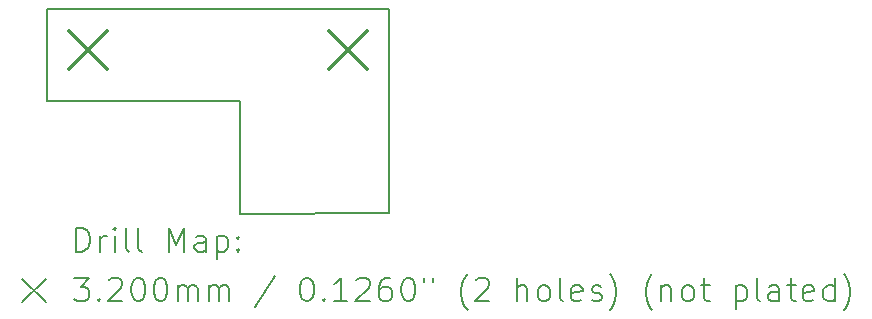
<source format=gbr>
%TF.GenerationSoftware,KiCad,Pcbnew,8.0.2*%
%TF.CreationDate,2024-05-21T16:28:02-04:00*%
%TF.ProjectId,Nichrome,4e696368-726f-46d6-952e-6b696361645f,rev?*%
%TF.SameCoordinates,Original*%
%TF.FileFunction,Drillmap*%
%TF.FilePolarity,Positive*%
%FSLAX45Y45*%
G04 Gerber Fmt 4.5, Leading zero omitted, Abs format (unit mm)*
G04 Created by KiCad (PCBNEW 8.0.2) date 2024-05-21 16:28:02*
%MOMM*%
%LPD*%
G01*
G04 APERTURE LIST*
%ADD10C,0.200000*%
%ADD11C,0.320000*%
G04 APERTURE END LIST*
D10*
X17910000Y-10970000D02*
X15010000Y-10970000D01*
X16650000Y-12703400D02*
X17907000Y-12700000D01*
X16650000Y-11750000D02*
X16650000Y-12703400D01*
X17907000Y-12700000D02*
X17910000Y-10970000D01*
X15010000Y-11747000D02*
X15010000Y-10970000D01*
X15010000Y-11747000D02*
X16650000Y-11750000D01*
D11*
X15200000Y-11160000D02*
X15520000Y-11480000D01*
X15520000Y-11160000D02*
X15200000Y-11480000D01*
X17400000Y-11160000D02*
X17720000Y-11480000D01*
X17720000Y-11160000D02*
X17400000Y-11480000D01*
D10*
X15260777Y-13024884D02*
X15260777Y-12824884D01*
X15260777Y-12824884D02*
X15308396Y-12824884D01*
X15308396Y-12824884D02*
X15336967Y-12834408D01*
X15336967Y-12834408D02*
X15356015Y-12853455D01*
X15356015Y-12853455D02*
X15365539Y-12872503D01*
X15365539Y-12872503D02*
X15375062Y-12910598D01*
X15375062Y-12910598D02*
X15375062Y-12939169D01*
X15375062Y-12939169D02*
X15365539Y-12977265D01*
X15365539Y-12977265D02*
X15356015Y-12996312D01*
X15356015Y-12996312D02*
X15336967Y-13015360D01*
X15336967Y-13015360D02*
X15308396Y-13024884D01*
X15308396Y-13024884D02*
X15260777Y-13024884D01*
X15460777Y-13024884D02*
X15460777Y-12891550D01*
X15460777Y-12929646D02*
X15470301Y-12910598D01*
X15470301Y-12910598D02*
X15479824Y-12901074D01*
X15479824Y-12901074D02*
X15498872Y-12891550D01*
X15498872Y-12891550D02*
X15517920Y-12891550D01*
X15584586Y-13024884D02*
X15584586Y-12891550D01*
X15584586Y-12824884D02*
X15575062Y-12834408D01*
X15575062Y-12834408D02*
X15584586Y-12843931D01*
X15584586Y-12843931D02*
X15594110Y-12834408D01*
X15594110Y-12834408D02*
X15584586Y-12824884D01*
X15584586Y-12824884D02*
X15584586Y-12843931D01*
X15708396Y-13024884D02*
X15689348Y-13015360D01*
X15689348Y-13015360D02*
X15679824Y-12996312D01*
X15679824Y-12996312D02*
X15679824Y-12824884D01*
X15813158Y-13024884D02*
X15794110Y-13015360D01*
X15794110Y-13015360D02*
X15784586Y-12996312D01*
X15784586Y-12996312D02*
X15784586Y-12824884D01*
X16041729Y-13024884D02*
X16041729Y-12824884D01*
X16041729Y-12824884D02*
X16108396Y-12967741D01*
X16108396Y-12967741D02*
X16175062Y-12824884D01*
X16175062Y-12824884D02*
X16175062Y-13024884D01*
X16356015Y-13024884D02*
X16356015Y-12920122D01*
X16356015Y-12920122D02*
X16346491Y-12901074D01*
X16346491Y-12901074D02*
X16327443Y-12891550D01*
X16327443Y-12891550D02*
X16289348Y-12891550D01*
X16289348Y-12891550D02*
X16270301Y-12901074D01*
X16356015Y-13015360D02*
X16336967Y-13024884D01*
X16336967Y-13024884D02*
X16289348Y-13024884D01*
X16289348Y-13024884D02*
X16270301Y-13015360D01*
X16270301Y-13015360D02*
X16260777Y-12996312D01*
X16260777Y-12996312D02*
X16260777Y-12977265D01*
X16260777Y-12977265D02*
X16270301Y-12958217D01*
X16270301Y-12958217D02*
X16289348Y-12948693D01*
X16289348Y-12948693D02*
X16336967Y-12948693D01*
X16336967Y-12948693D02*
X16356015Y-12939169D01*
X16451253Y-12891550D02*
X16451253Y-13091550D01*
X16451253Y-12901074D02*
X16470301Y-12891550D01*
X16470301Y-12891550D02*
X16508396Y-12891550D01*
X16508396Y-12891550D02*
X16527443Y-12901074D01*
X16527443Y-12901074D02*
X16536967Y-12910598D01*
X16536967Y-12910598D02*
X16546491Y-12929646D01*
X16546491Y-12929646D02*
X16546491Y-12986788D01*
X16546491Y-12986788D02*
X16536967Y-13005836D01*
X16536967Y-13005836D02*
X16527443Y-13015360D01*
X16527443Y-13015360D02*
X16508396Y-13024884D01*
X16508396Y-13024884D02*
X16470301Y-13024884D01*
X16470301Y-13024884D02*
X16451253Y-13015360D01*
X16632205Y-13005836D02*
X16641729Y-13015360D01*
X16641729Y-13015360D02*
X16632205Y-13024884D01*
X16632205Y-13024884D02*
X16622682Y-13015360D01*
X16622682Y-13015360D02*
X16632205Y-13005836D01*
X16632205Y-13005836D02*
X16632205Y-13024884D01*
X16632205Y-12901074D02*
X16641729Y-12910598D01*
X16641729Y-12910598D02*
X16632205Y-12920122D01*
X16632205Y-12920122D02*
X16622682Y-12910598D01*
X16622682Y-12910598D02*
X16632205Y-12901074D01*
X16632205Y-12901074D02*
X16632205Y-12920122D01*
X14800000Y-13253400D02*
X15000000Y-13453400D01*
X15000000Y-13253400D02*
X14800000Y-13453400D01*
X15241729Y-13244884D02*
X15365539Y-13244884D01*
X15365539Y-13244884D02*
X15298872Y-13321074D01*
X15298872Y-13321074D02*
X15327443Y-13321074D01*
X15327443Y-13321074D02*
X15346491Y-13330598D01*
X15346491Y-13330598D02*
X15356015Y-13340122D01*
X15356015Y-13340122D02*
X15365539Y-13359169D01*
X15365539Y-13359169D02*
X15365539Y-13406788D01*
X15365539Y-13406788D02*
X15356015Y-13425836D01*
X15356015Y-13425836D02*
X15346491Y-13435360D01*
X15346491Y-13435360D02*
X15327443Y-13444884D01*
X15327443Y-13444884D02*
X15270301Y-13444884D01*
X15270301Y-13444884D02*
X15251253Y-13435360D01*
X15251253Y-13435360D02*
X15241729Y-13425836D01*
X15451253Y-13425836D02*
X15460777Y-13435360D01*
X15460777Y-13435360D02*
X15451253Y-13444884D01*
X15451253Y-13444884D02*
X15441729Y-13435360D01*
X15441729Y-13435360D02*
X15451253Y-13425836D01*
X15451253Y-13425836D02*
X15451253Y-13444884D01*
X15536967Y-13263931D02*
X15546491Y-13254408D01*
X15546491Y-13254408D02*
X15565539Y-13244884D01*
X15565539Y-13244884D02*
X15613158Y-13244884D01*
X15613158Y-13244884D02*
X15632205Y-13254408D01*
X15632205Y-13254408D02*
X15641729Y-13263931D01*
X15641729Y-13263931D02*
X15651253Y-13282979D01*
X15651253Y-13282979D02*
X15651253Y-13302027D01*
X15651253Y-13302027D02*
X15641729Y-13330598D01*
X15641729Y-13330598D02*
X15527443Y-13444884D01*
X15527443Y-13444884D02*
X15651253Y-13444884D01*
X15775062Y-13244884D02*
X15794110Y-13244884D01*
X15794110Y-13244884D02*
X15813158Y-13254408D01*
X15813158Y-13254408D02*
X15822682Y-13263931D01*
X15822682Y-13263931D02*
X15832205Y-13282979D01*
X15832205Y-13282979D02*
X15841729Y-13321074D01*
X15841729Y-13321074D02*
X15841729Y-13368693D01*
X15841729Y-13368693D02*
X15832205Y-13406788D01*
X15832205Y-13406788D02*
X15822682Y-13425836D01*
X15822682Y-13425836D02*
X15813158Y-13435360D01*
X15813158Y-13435360D02*
X15794110Y-13444884D01*
X15794110Y-13444884D02*
X15775062Y-13444884D01*
X15775062Y-13444884D02*
X15756015Y-13435360D01*
X15756015Y-13435360D02*
X15746491Y-13425836D01*
X15746491Y-13425836D02*
X15736967Y-13406788D01*
X15736967Y-13406788D02*
X15727443Y-13368693D01*
X15727443Y-13368693D02*
X15727443Y-13321074D01*
X15727443Y-13321074D02*
X15736967Y-13282979D01*
X15736967Y-13282979D02*
X15746491Y-13263931D01*
X15746491Y-13263931D02*
X15756015Y-13254408D01*
X15756015Y-13254408D02*
X15775062Y-13244884D01*
X15965539Y-13244884D02*
X15984586Y-13244884D01*
X15984586Y-13244884D02*
X16003634Y-13254408D01*
X16003634Y-13254408D02*
X16013158Y-13263931D01*
X16013158Y-13263931D02*
X16022682Y-13282979D01*
X16022682Y-13282979D02*
X16032205Y-13321074D01*
X16032205Y-13321074D02*
X16032205Y-13368693D01*
X16032205Y-13368693D02*
X16022682Y-13406788D01*
X16022682Y-13406788D02*
X16013158Y-13425836D01*
X16013158Y-13425836D02*
X16003634Y-13435360D01*
X16003634Y-13435360D02*
X15984586Y-13444884D01*
X15984586Y-13444884D02*
X15965539Y-13444884D01*
X15965539Y-13444884D02*
X15946491Y-13435360D01*
X15946491Y-13435360D02*
X15936967Y-13425836D01*
X15936967Y-13425836D02*
X15927443Y-13406788D01*
X15927443Y-13406788D02*
X15917920Y-13368693D01*
X15917920Y-13368693D02*
X15917920Y-13321074D01*
X15917920Y-13321074D02*
X15927443Y-13282979D01*
X15927443Y-13282979D02*
X15936967Y-13263931D01*
X15936967Y-13263931D02*
X15946491Y-13254408D01*
X15946491Y-13254408D02*
X15965539Y-13244884D01*
X16117920Y-13444884D02*
X16117920Y-13311550D01*
X16117920Y-13330598D02*
X16127443Y-13321074D01*
X16127443Y-13321074D02*
X16146491Y-13311550D01*
X16146491Y-13311550D02*
X16175063Y-13311550D01*
X16175063Y-13311550D02*
X16194110Y-13321074D01*
X16194110Y-13321074D02*
X16203634Y-13340122D01*
X16203634Y-13340122D02*
X16203634Y-13444884D01*
X16203634Y-13340122D02*
X16213158Y-13321074D01*
X16213158Y-13321074D02*
X16232205Y-13311550D01*
X16232205Y-13311550D02*
X16260777Y-13311550D01*
X16260777Y-13311550D02*
X16279824Y-13321074D01*
X16279824Y-13321074D02*
X16289348Y-13340122D01*
X16289348Y-13340122D02*
X16289348Y-13444884D01*
X16384586Y-13444884D02*
X16384586Y-13311550D01*
X16384586Y-13330598D02*
X16394110Y-13321074D01*
X16394110Y-13321074D02*
X16413158Y-13311550D01*
X16413158Y-13311550D02*
X16441729Y-13311550D01*
X16441729Y-13311550D02*
X16460777Y-13321074D01*
X16460777Y-13321074D02*
X16470301Y-13340122D01*
X16470301Y-13340122D02*
X16470301Y-13444884D01*
X16470301Y-13340122D02*
X16479824Y-13321074D01*
X16479824Y-13321074D02*
X16498872Y-13311550D01*
X16498872Y-13311550D02*
X16527443Y-13311550D01*
X16527443Y-13311550D02*
X16546491Y-13321074D01*
X16546491Y-13321074D02*
X16556015Y-13340122D01*
X16556015Y-13340122D02*
X16556015Y-13444884D01*
X16946491Y-13235360D02*
X16775063Y-13492503D01*
X17203634Y-13244884D02*
X17222682Y-13244884D01*
X17222682Y-13244884D02*
X17241729Y-13254408D01*
X17241729Y-13254408D02*
X17251253Y-13263931D01*
X17251253Y-13263931D02*
X17260777Y-13282979D01*
X17260777Y-13282979D02*
X17270301Y-13321074D01*
X17270301Y-13321074D02*
X17270301Y-13368693D01*
X17270301Y-13368693D02*
X17260777Y-13406788D01*
X17260777Y-13406788D02*
X17251253Y-13425836D01*
X17251253Y-13425836D02*
X17241729Y-13435360D01*
X17241729Y-13435360D02*
X17222682Y-13444884D01*
X17222682Y-13444884D02*
X17203634Y-13444884D01*
X17203634Y-13444884D02*
X17184587Y-13435360D01*
X17184587Y-13435360D02*
X17175063Y-13425836D01*
X17175063Y-13425836D02*
X17165539Y-13406788D01*
X17165539Y-13406788D02*
X17156015Y-13368693D01*
X17156015Y-13368693D02*
X17156015Y-13321074D01*
X17156015Y-13321074D02*
X17165539Y-13282979D01*
X17165539Y-13282979D02*
X17175063Y-13263931D01*
X17175063Y-13263931D02*
X17184587Y-13254408D01*
X17184587Y-13254408D02*
X17203634Y-13244884D01*
X17356015Y-13425836D02*
X17365539Y-13435360D01*
X17365539Y-13435360D02*
X17356015Y-13444884D01*
X17356015Y-13444884D02*
X17346491Y-13435360D01*
X17346491Y-13435360D02*
X17356015Y-13425836D01*
X17356015Y-13425836D02*
X17356015Y-13444884D01*
X17556015Y-13444884D02*
X17441729Y-13444884D01*
X17498872Y-13444884D02*
X17498872Y-13244884D01*
X17498872Y-13244884D02*
X17479825Y-13273455D01*
X17479825Y-13273455D02*
X17460777Y-13292503D01*
X17460777Y-13292503D02*
X17441729Y-13302027D01*
X17632206Y-13263931D02*
X17641729Y-13254408D01*
X17641729Y-13254408D02*
X17660777Y-13244884D01*
X17660777Y-13244884D02*
X17708396Y-13244884D01*
X17708396Y-13244884D02*
X17727444Y-13254408D01*
X17727444Y-13254408D02*
X17736968Y-13263931D01*
X17736968Y-13263931D02*
X17746491Y-13282979D01*
X17746491Y-13282979D02*
X17746491Y-13302027D01*
X17746491Y-13302027D02*
X17736968Y-13330598D01*
X17736968Y-13330598D02*
X17622682Y-13444884D01*
X17622682Y-13444884D02*
X17746491Y-13444884D01*
X17917920Y-13244884D02*
X17879825Y-13244884D01*
X17879825Y-13244884D02*
X17860777Y-13254408D01*
X17860777Y-13254408D02*
X17851253Y-13263931D01*
X17851253Y-13263931D02*
X17832206Y-13292503D01*
X17832206Y-13292503D02*
X17822682Y-13330598D01*
X17822682Y-13330598D02*
X17822682Y-13406788D01*
X17822682Y-13406788D02*
X17832206Y-13425836D01*
X17832206Y-13425836D02*
X17841729Y-13435360D01*
X17841729Y-13435360D02*
X17860777Y-13444884D01*
X17860777Y-13444884D02*
X17898872Y-13444884D01*
X17898872Y-13444884D02*
X17917920Y-13435360D01*
X17917920Y-13435360D02*
X17927444Y-13425836D01*
X17927444Y-13425836D02*
X17936968Y-13406788D01*
X17936968Y-13406788D02*
X17936968Y-13359169D01*
X17936968Y-13359169D02*
X17927444Y-13340122D01*
X17927444Y-13340122D02*
X17917920Y-13330598D01*
X17917920Y-13330598D02*
X17898872Y-13321074D01*
X17898872Y-13321074D02*
X17860777Y-13321074D01*
X17860777Y-13321074D02*
X17841729Y-13330598D01*
X17841729Y-13330598D02*
X17832206Y-13340122D01*
X17832206Y-13340122D02*
X17822682Y-13359169D01*
X18060777Y-13244884D02*
X18079825Y-13244884D01*
X18079825Y-13244884D02*
X18098872Y-13254408D01*
X18098872Y-13254408D02*
X18108396Y-13263931D01*
X18108396Y-13263931D02*
X18117920Y-13282979D01*
X18117920Y-13282979D02*
X18127444Y-13321074D01*
X18127444Y-13321074D02*
X18127444Y-13368693D01*
X18127444Y-13368693D02*
X18117920Y-13406788D01*
X18117920Y-13406788D02*
X18108396Y-13425836D01*
X18108396Y-13425836D02*
X18098872Y-13435360D01*
X18098872Y-13435360D02*
X18079825Y-13444884D01*
X18079825Y-13444884D02*
X18060777Y-13444884D01*
X18060777Y-13444884D02*
X18041729Y-13435360D01*
X18041729Y-13435360D02*
X18032206Y-13425836D01*
X18032206Y-13425836D02*
X18022682Y-13406788D01*
X18022682Y-13406788D02*
X18013158Y-13368693D01*
X18013158Y-13368693D02*
X18013158Y-13321074D01*
X18013158Y-13321074D02*
X18022682Y-13282979D01*
X18022682Y-13282979D02*
X18032206Y-13263931D01*
X18032206Y-13263931D02*
X18041729Y-13254408D01*
X18041729Y-13254408D02*
X18060777Y-13244884D01*
X18203634Y-13244884D02*
X18203634Y-13282979D01*
X18279825Y-13244884D02*
X18279825Y-13282979D01*
X18575063Y-13521074D02*
X18565539Y-13511550D01*
X18565539Y-13511550D02*
X18546491Y-13482979D01*
X18546491Y-13482979D02*
X18536968Y-13463931D01*
X18536968Y-13463931D02*
X18527444Y-13435360D01*
X18527444Y-13435360D02*
X18517920Y-13387741D01*
X18517920Y-13387741D02*
X18517920Y-13349646D01*
X18517920Y-13349646D02*
X18527444Y-13302027D01*
X18527444Y-13302027D02*
X18536968Y-13273455D01*
X18536968Y-13273455D02*
X18546491Y-13254408D01*
X18546491Y-13254408D02*
X18565539Y-13225836D01*
X18565539Y-13225836D02*
X18575063Y-13216312D01*
X18641730Y-13263931D02*
X18651253Y-13254408D01*
X18651253Y-13254408D02*
X18670301Y-13244884D01*
X18670301Y-13244884D02*
X18717920Y-13244884D01*
X18717920Y-13244884D02*
X18736968Y-13254408D01*
X18736968Y-13254408D02*
X18746491Y-13263931D01*
X18746491Y-13263931D02*
X18756015Y-13282979D01*
X18756015Y-13282979D02*
X18756015Y-13302027D01*
X18756015Y-13302027D02*
X18746491Y-13330598D01*
X18746491Y-13330598D02*
X18632206Y-13444884D01*
X18632206Y-13444884D02*
X18756015Y-13444884D01*
X18994111Y-13444884D02*
X18994111Y-13244884D01*
X19079825Y-13444884D02*
X19079825Y-13340122D01*
X19079825Y-13340122D02*
X19070301Y-13321074D01*
X19070301Y-13321074D02*
X19051253Y-13311550D01*
X19051253Y-13311550D02*
X19022682Y-13311550D01*
X19022682Y-13311550D02*
X19003634Y-13321074D01*
X19003634Y-13321074D02*
X18994111Y-13330598D01*
X19203634Y-13444884D02*
X19184587Y-13435360D01*
X19184587Y-13435360D02*
X19175063Y-13425836D01*
X19175063Y-13425836D02*
X19165539Y-13406788D01*
X19165539Y-13406788D02*
X19165539Y-13349646D01*
X19165539Y-13349646D02*
X19175063Y-13330598D01*
X19175063Y-13330598D02*
X19184587Y-13321074D01*
X19184587Y-13321074D02*
X19203634Y-13311550D01*
X19203634Y-13311550D02*
X19232206Y-13311550D01*
X19232206Y-13311550D02*
X19251253Y-13321074D01*
X19251253Y-13321074D02*
X19260777Y-13330598D01*
X19260777Y-13330598D02*
X19270301Y-13349646D01*
X19270301Y-13349646D02*
X19270301Y-13406788D01*
X19270301Y-13406788D02*
X19260777Y-13425836D01*
X19260777Y-13425836D02*
X19251253Y-13435360D01*
X19251253Y-13435360D02*
X19232206Y-13444884D01*
X19232206Y-13444884D02*
X19203634Y-13444884D01*
X19384587Y-13444884D02*
X19365539Y-13435360D01*
X19365539Y-13435360D02*
X19356015Y-13416312D01*
X19356015Y-13416312D02*
X19356015Y-13244884D01*
X19536968Y-13435360D02*
X19517920Y-13444884D01*
X19517920Y-13444884D02*
X19479825Y-13444884D01*
X19479825Y-13444884D02*
X19460777Y-13435360D01*
X19460777Y-13435360D02*
X19451253Y-13416312D01*
X19451253Y-13416312D02*
X19451253Y-13340122D01*
X19451253Y-13340122D02*
X19460777Y-13321074D01*
X19460777Y-13321074D02*
X19479825Y-13311550D01*
X19479825Y-13311550D02*
X19517920Y-13311550D01*
X19517920Y-13311550D02*
X19536968Y-13321074D01*
X19536968Y-13321074D02*
X19546492Y-13340122D01*
X19546492Y-13340122D02*
X19546492Y-13359169D01*
X19546492Y-13359169D02*
X19451253Y-13378217D01*
X19622682Y-13435360D02*
X19641730Y-13444884D01*
X19641730Y-13444884D02*
X19679825Y-13444884D01*
X19679825Y-13444884D02*
X19698873Y-13435360D01*
X19698873Y-13435360D02*
X19708396Y-13416312D01*
X19708396Y-13416312D02*
X19708396Y-13406788D01*
X19708396Y-13406788D02*
X19698873Y-13387741D01*
X19698873Y-13387741D02*
X19679825Y-13378217D01*
X19679825Y-13378217D02*
X19651253Y-13378217D01*
X19651253Y-13378217D02*
X19632206Y-13368693D01*
X19632206Y-13368693D02*
X19622682Y-13349646D01*
X19622682Y-13349646D02*
X19622682Y-13340122D01*
X19622682Y-13340122D02*
X19632206Y-13321074D01*
X19632206Y-13321074D02*
X19651253Y-13311550D01*
X19651253Y-13311550D02*
X19679825Y-13311550D01*
X19679825Y-13311550D02*
X19698873Y-13321074D01*
X19775063Y-13521074D02*
X19784587Y-13511550D01*
X19784587Y-13511550D02*
X19803634Y-13482979D01*
X19803634Y-13482979D02*
X19813158Y-13463931D01*
X19813158Y-13463931D02*
X19822682Y-13435360D01*
X19822682Y-13435360D02*
X19832206Y-13387741D01*
X19832206Y-13387741D02*
X19832206Y-13349646D01*
X19832206Y-13349646D02*
X19822682Y-13302027D01*
X19822682Y-13302027D02*
X19813158Y-13273455D01*
X19813158Y-13273455D02*
X19803634Y-13254408D01*
X19803634Y-13254408D02*
X19784587Y-13225836D01*
X19784587Y-13225836D02*
X19775063Y-13216312D01*
X20136968Y-13521074D02*
X20127444Y-13511550D01*
X20127444Y-13511550D02*
X20108396Y-13482979D01*
X20108396Y-13482979D02*
X20098873Y-13463931D01*
X20098873Y-13463931D02*
X20089349Y-13435360D01*
X20089349Y-13435360D02*
X20079825Y-13387741D01*
X20079825Y-13387741D02*
X20079825Y-13349646D01*
X20079825Y-13349646D02*
X20089349Y-13302027D01*
X20089349Y-13302027D02*
X20098873Y-13273455D01*
X20098873Y-13273455D02*
X20108396Y-13254408D01*
X20108396Y-13254408D02*
X20127444Y-13225836D01*
X20127444Y-13225836D02*
X20136968Y-13216312D01*
X20213158Y-13311550D02*
X20213158Y-13444884D01*
X20213158Y-13330598D02*
X20222682Y-13321074D01*
X20222682Y-13321074D02*
X20241730Y-13311550D01*
X20241730Y-13311550D02*
X20270301Y-13311550D01*
X20270301Y-13311550D02*
X20289349Y-13321074D01*
X20289349Y-13321074D02*
X20298873Y-13340122D01*
X20298873Y-13340122D02*
X20298873Y-13444884D01*
X20422682Y-13444884D02*
X20403634Y-13435360D01*
X20403634Y-13435360D02*
X20394111Y-13425836D01*
X20394111Y-13425836D02*
X20384587Y-13406788D01*
X20384587Y-13406788D02*
X20384587Y-13349646D01*
X20384587Y-13349646D02*
X20394111Y-13330598D01*
X20394111Y-13330598D02*
X20403634Y-13321074D01*
X20403634Y-13321074D02*
X20422682Y-13311550D01*
X20422682Y-13311550D02*
X20451254Y-13311550D01*
X20451254Y-13311550D02*
X20470301Y-13321074D01*
X20470301Y-13321074D02*
X20479825Y-13330598D01*
X20479825Y-13330598D02*
X20489349Y-13349646D01*
X20489349Y-13349646D02*
X20489349Y-13406788D01*
X20489349Y-13406788D02*
X20479825Y-13425836D01*
X20479825Y-13425836D02*
X20470301Y-13435360D01*
X20470301Y-13435360D02*
X20451254Y-13444884D01*
X20451254Y-13444884D02*
X20422682Y-13444884D01*
X20546492Y-13311550D02*
X20622682Y-13311550D01*
X20575063Y-13244884D02*
X20575063Y-13416312D01*
X20575063Y-13416312D02*
X20584587Y-13435360D01*
X20584587Y-13435360D02*
X20603634Y-13444884D01*
X20603634Y-13444884D02*
X20622682Y-13444884D01*
X20841730Y-13311550D02*
X20841730Y-13511550D01*
X20841730Y-13321074D02*
X20860777Y-13311550D01*
X20860777Y-13311550D02*
X20898873Y-13311550D01*
X20898873Y-13311550D02*
X20917920Y-13321074D01*
X20917920Y-13321074D02*
X20927444Y-13330598D01*
X20927444Y-13330598D02*
X20936968Y-13349646D01*
X20936968Y-13349646D02*
X20936968Y-13406788D01*
X20936968Y-13406788D02*
X20927444Y-13425836D01*
X20927444Y-13425836D02*
X20917920Y-13435360D01*
X20917920Y-13435360D02*
X20898873Y-13444884D01*
X20898873Y-13444884D02*
X20860777Y-13444884D01*
X20860777Y-13444884D02*
X20841730Y-13435360D01*
X21051254Y-13444884D02*
X21032206Y-13435360D01*
X21032206Y-13435360D02*
X21022682Y-13416312D01*
X21022682Y-13416312D02*
X21022682Y-13244884D01*
X21213158Y-13444884D02*
X21213158Y-13340122D01*
X21213158Y-13340122D02*
X21203635Y-13321074D01*
X21203635Y-13321074D02*
X21184587Y-13311550D01*
X21184587Y-13311550D02*
X21146492Y-13311550D01*
X21146492Y-13311550D02*
X21127444Y-13321074D01*
X21213158Y-13435360D02*
X21194111Y-13444884D01*
X21194111Y-13444884D02*
X21146492Y-13444884D01*
X21146492Y-13444884D02*
X21127444Y-13435360D01*
X21127444Y-13435360D02*
X21117920Y-13416312D01*
X21117920Y-13416312D02*
X21117920Y-13397265D01*
X21117920Y-13397265D02*
X21127444Y-13378217D01*
X21127444Y-13378217D02*
X21146492Y-13368693D01*
X21146492Y-13368693D02*
X21194111Y-13368693D01*
X21194111Y-13368693D02*
X21213158Y-13359169D01*
X21279825Y-13311550D02*
X21356015Y-13311550D01*
X21308396Y-13244884D02*
X21308396Y-13416312D01*
X21308396Y-13416312D02*
X21317920Y-13435360D01*
X21317920Y-13435360D02*
X21336968Y-13444884D01*
X21336968Y-13444884D02*
X21356015Y-13444884D01*
X21498873Y-13435360D02*
X21479825Y-13444884D01*
X21479825Y-13444884D02*
X21441730Y-13444884D01*
X21441730Y-13444884D02*
X21422682Y-13435360D01*
X21422682Y-13435360D02*
X21413158Y-13416312D01*
X21413158Y-13416312D02*
X21413158Y-13340122D01*
X21413158Y-13340122D02*
X21422682Y-13321074D01*
X21422682Y-13321074D02*
X21441730Y-13311550D01*
X21441730Y-13311550D02*
X21479825Y-13311550D01*
X21479825Y-13311550D02*
X21498873Y-13321074D01*
X21498873Y-13321074D02*
X21508396Y-13340122D01*
X21508396Y-13340122D02*
X21508396Y-13359169D01*
X21508396Y-13359169D02*
X21413158Y-13378217D01*
X21679825Y-13444884D02*
X21679825Y-13244884D01*
X21679825Y-13435360D02*
X21660777Y-13444884D01*
X21660777Y-13444884D02*
X21622682Y-13444884D01*
X21622682Y-13444884D02*
X21603635Y-13435360D01*
X21603635Y-13435360D02*
X21594111Y-13425836D01*
X21594111Y-13425836D02*
X21584587Y-13406788D01*
X21584587Y-13406788D02*
X21584587Y-13349646D01*
X21584587Y-13349646D02*
X21594111Y-13330598D01*
X21594111Y-13330598D02*
X21603635Y-13321074D01*
X21603635Y-13321074D02*
X21622682Y-13311550D01*
X21622682Y-13311550D02*
X21660777Y-13311550D01*
X21660777Y-13311550D02*
X21679825Y-13321074D01*
X21756016Y-13521074D02*
X21765539Y-13511550D01*
X21765539Y-13511550D02*
X21784587Y-13482979D01*
X21784587Y-13482979D02*
X21794111Y-13463931D01*
X21794111Y-13463931D02*
X21803635Y-13435360D01*
X21803635Y-13435360D02*
X21813158Y-13387741D01*
X21813158Y-13387741D02*
X21813158Y-13349646D01*
X21813158Y-13349646D02*
X21803635Y-13302027D01*
X21803635Y-13302027D02*
X21794111Y-13273455D01*
X21794111Y-13273455D02*
X21784587Y-13254408D01*
X21784587Y-13254408D02*
X21765539Y-13225836D01*
X21765539Y-13225836D02*
X21756016Y-13216312D01*
M02*

</source>
